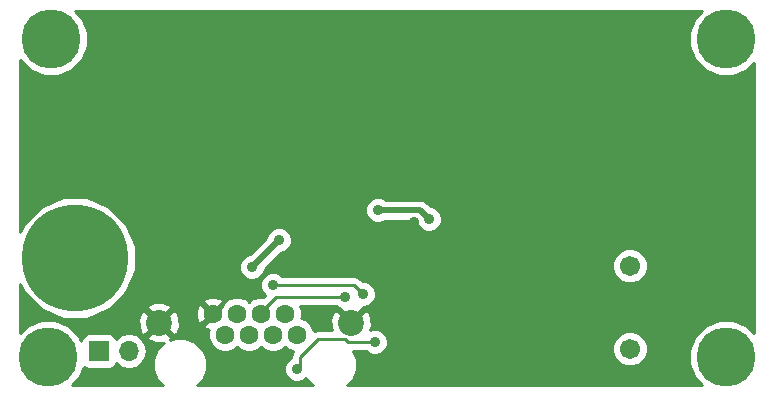
<source format=gbl>
G04 #@! TF.FileFunction,Copper,L2,Bot,Signal*
%FSLAX46Y46*%
G04 Gerber Fmt 4.6, Leading zero omitted, Abs format (unit mm)*
G04 Created by KiCad (PCBNEW 4.0.7) date 04/02/18 06:38:20*
%MOMM*%
%LPD*%
G01*
G04 APERTURE LIST*
%ADD10C,0.150000*%
%ADD11C,2.200000*%
%ADD12C,1.600000*%
%ADD13C,1.701800*%
%ADD14R,1.700000X1.700000*%
%ADD15O,1.700000X1.700000*%
%ADD16C,5.000000*%
%ADD17C,9.000000*%
%ADD18C,0.889000*%
%ADD19C,0.508000*%
%ADD20C,0.254000*%
G04 APERTURE END LIST*
D10*
D11*
X37844000Y-47374000D03*
X54104000Y-47374000D03*
D12*
X45474000Y-48394000D03*
X47504000Y-48394000D03*
X44444000Y-46614000D03*
X46474000Y-46614000D03*
X42414000Y-46614000D03*
X43444000Y-48394000D03*
X48504000Y-46614000D03*
X49534000Y-48394000D03*
D13*
X77724000Y-42570400D03*
X77724000Y-49580800D03*
D14*
X32766000Y-49784000D03*
D15*
X35306000Y-49784000D03*
D16*
X28448000Y-50292000D03*
X85852000Y-50292000D03*
D17*
X30734000Y-41910000D03*
D16*
X28702000Y-23368000D03*
X85852000Y-23368000D03*
D18*
X48006000Y-40386000D03*
X45720000Y-42672000D03*
X62230000Y-52324000D03*
X67818000Y-52070000D03*
X66294000Y-46990000D03*
X68072000Y-43688000D03*
X68326000Y-40386000D03*
X57658000Y-51308000D03*
X57658000Y-48006000D03*
X57658000Y-44704000D03*
X58420000Y-40386000D03*
X59436000Y-38862000D03*
X56388000Y-37846000D03*
X60706000Y-38608000D03*
X56134000Y-49022000D03*
X49530000Y-51308000D03*
X53594000Y-45212000D03*
X47498000Y-44196000D03*
X55118000Y-44958000D03*
D19*
X45720000Y-42672000D02*
X48006000Y-40386000D01*
X59944000Y-37846000D02*
X56388000Y-37846000D01*
X60706000Y-38608000D02*
X59944000Y-37846000D01*
D20*
X53848000Y-49022000D02*
X56134000Y-49022000D01*
X53594000Y-48768000D02*
X53848000Y-49022000D01*
X51308000Y-48768000D02*
X53594000Y-48768000D01*
X49784000Y-50292000D02*
X51308000Y-48768000D01*
X49784000Y-51054000D02*
X49784000Y-50292000D01*
X49530000Y-51308000D02*
X49784000Y-51054000D01*
X46474000Y-46614000D02*
X46474000Y-46490000D01*
X46474000Y-46490000D02*
X47752000Y-45212000D01*
X47752000Y-45212000D02*
X53594000Y-45212000D01*
X54356000Y-44196000D02*
X47498000Y-44196000D01*
X55118000Y-44958000D02*
X54356000Y-44196000D01*
G36*
X83195826Y-21589847D02*
X82717546Y-22741674D01*
X82716457Y-23988854D01*
X83192727Y-25141515D01*
X84073847Y-26024174D01*
X85225674Y-26502454D01*
X86472854Y-26503543D01*
X87625515Y-26027273D01*
X88215000Y-25438816D01*
X88215000Y-48221695D01*
X87630153Y-47635826D01*
X86478326Y-47157546D01*
X85231146Y-47156457D01*
X84078485Y-47632727D01*
X83195826Y-48513847D01*
X82717546Y-49665674D01*
X82716457Y-50912854D01*
X83192727Y-52065515D01*
X83781184Y-52655000D01*
X53798910Y-52655000D01*
X54238818Y-52215859D01*
X54583607Y-51385514D01*
X54584391Y-50486430D01*
X54294153Y-49784000D01*
X55369358Y-49784000D01*
X55521714Y-49936622D01*
X55918332Y-50101313D01*
X56347784Y-50101687D01*
X56744689Y-49937689D01*
X56807420Y-49875067D01*
X76237842Y-49875067D01*
X76463580Y-50421395D01*
X76881206Y-50839751D01*
X77427139Y-51066442D01*
X78018267Y-51066958D01*
X78564595Y-50841220D01*
X78982951Y-50423594D01*
X79209642Y-49877661D01*
X79210158Y-49286533D01*
X78984420Y-48740205D01*
X78566794Y-48321849D01*
X78020861Y-48095158D01*
X77429733Y-48094642D01*
X76883405Y-48320380D01*
X76465049Y-48738006D01*
X76238358Y-49283939D01*
X76237842Y-49875067D01*
X56807420Y-49875067D01*
X57048622Y-49634286D01*
X57213313Y-49237668D01*
X57213687Y-48808216D01*
X57049689Y-48411311D01*
X56746286Y-48107378D01*
X56349668Y-47942687D01*
X55920216Y-47942313D01*
X55711448Y-48028574D01*
X55849323Y-47662407D01*
X55826836Y-46972547D01*
X55606099Y-46439641D01*
X55328868Y-46328737D01*
X54283605Y-47374000D01*
X54297748Y-47388143D01*
X54118143Y-47567748D01*
X54104000Y-47553605D01*
X54089858Y-47567748D01*
X53910253Y-47388143D01*
X53924395Y-47374000D01*
X52879132Y-46328737D01*
X52601901Y-46439641D01*
X52358677Y-47085593D01*
X52381164Y-47775453D01*
X52476660Y-48006000D01*
X51308000Y-48006000D01*
X51031673Y-48060965D01*
X51016395Y-48064004D01*
X50964616Y-48098602D01*
X50751243Y-47582200D01*
X50347923Y-47178176D01*
X49900648Y-46992451D01*
X49938750Y-46900691D01*
X49939248Y-46329813D01*
X49792229Y-45974000D01*
X52829358Y-45974000D01*
X52981714Y-46126622D01*
X53074937Y-46165332D01*
X54104000Y-47194395D01*
X55149263Y-46149132D01*
X55104601Y-46037489D01*
X55331784Y-46037687D01*
X55728689Y-45873689D01*
X56032622Y-45570286D01*
X56197313Y-45173668D01*
X56197687Y-44744216D01*
X56033689Y-44347311D01*
X55730286Y-44043378D01*
X55333668Y-43878687D01*
X55116128Y-43878498D01*
X54894815Y-43657185D01*
X54750864Y-43561000D01*
X54647605Y-43492004D01*
X54356000Y-43434000D01*
X48262642Y-43434000D01*
X48110286Y-43281378D01*
X47713668Y-43116687D01*
X47284216Y-43116313D01*
X46887311Y-43280311D01*
X46583378Y-43583714D01*
X46418687Y-43980332D01*
X46418313Y-44409784D01*
X46582311Y-44806689D01*
X46830779Y-45055591D01*
X46707167Y-45179203D01*
X46189813Y-45178752D01*
X45662200Y-45396757D01*
X45458999Y-45599603D01*
X45257923Y-45398176D01*
X44730691Y-45179250D01*
X44159813Y-45178752D01*
X43632200Y-45396757D01*
X43228176Y-45800077D01*
X43100819Y-46106787D01*
X42593605Y-46614000D01*
X42607748Y-46628143D01*
X42428143Y-46807748D01*
X42414000Y-46793605D01*
X41585861Y-47621745D01*
X41659995Y-47867864D01*
X42050406Y-48008193D01*
X42009250Y-48107309D01*
X42008752Y-48678187D01*
X42226757Y-49205800D01*
X42630077Y-49609824D01*
X43157309Y-49828750D01*
X43728187Y-49829248D01*
X44255800Y-49611243D01*
X44459001Y-49408397D01*
X44660077Y-49609824D01*
X45187309Y-49828750D01*
X45758187Y-49829248D01*
X46285800Y-49611243D01*
X46489001Y-49408397D01*
X46690077Y-49609824D01*
X47217309Y-49828750D01*
X47788187Y-49829248D01*
X48315800Y-49611243D01*
X48519001Y-49408397D01*
X48720077Y-49609824D01*
X49206122Y-49811647D01*
X49080004Y-50000395D01*
X49022000Y-50292000D01*
X49022000Y-50349881D01*
X48919311Y-50392311D01*
X48615378Y-50695714D01*
X48450687Y-51092332D01*
X48450313Y-51521784D01*
X48614311Y-51918689D01*
X48917714Y-52222622D01*
X49314332Y-52387313D01*
X49743784Y-52387687D01*
X50140689Y-52223689D01*
X50332464Y-52032249D01*
X50406948Y-52212515D01*
X50848661Y-52655000D01*
X41098910Y-52655000D01*
X41538818Y-52215859D01*
X41883607Y-51385514D01*
X41884391Y-50486430D01*
X41541052Y-49655485D01*
X40905859Y-49019182D01*
X40075514Y-48674393D01*
X39176430Y-48673609D01*
X38796576Y-48830561D01*
X38889263Y-48598868D01*
X37844000Y-47553605D01*
X36798737Y-48598868D01*
X36909641Y-48876099D01*
X37555593Y-49119323D01*
X38245453Y-49096836D01*
X38279645Y-49082673D01*
X37709182Y-49652141D01*
X37364393Y-50482486D01*
X37363609Y-51381570D01*
X37706948Y-52212515D01*
X38148661Y-52655000D01*
X30518305Y-52655000D01*
X31104174Y-52070153D01*
X31499546Y-51117990D01*
X31664110Y-51230431D01*
X31916000Y-51281440D01*
X33616000Y-51281440D01*
X33851317Y-51237162D01*
X34067441Y-51098090D01*
X34212431Y-50885890D01*
X34226086Y-50818459D01*
X34255946Y-50863147D01*
X34737715Y-51185054D01*
X35306000Y-51298093D01*
X35874285Y-51185054D01*
X36356054Y-50863147D01*
X36677961Y-50381378D01*
X36791000Y-49813093D01*
X36791000Y-49754907D01*
X36677961Y-49186622D01*
X36356054Y-48704853D01*
X35874285Y-48382946D01*
X35306000Y-48269907D01*
X34737715Y-48382946D01*
X34255946Y-48704853D01*
X34228150Y-48746452D01*
X34219162Y-48698683D01*
X34080090Y-48482559D01*
X33867890Y-48337569D01*
X33616000Y-48286560D01*
X31916000Y-48286560D01*
X31680683Y-48330838D01*
X31464559Y-48469910D01*
X31319569Y-48682110D01*
X31271981Y-48917108D01*
X31107273Y-48518485D01*
X30226153Y-47635826D01*
X29074326Y-47157546D01*
X27827146Y-47156457D01*
X26674485Y-47632727D01*
X26085000Y-48221184D01*
X26085000Y-47085593D01*
X36098677Y-47085593D01*
X36121164Y-47775453D01*
X36341901Y-48308359D01*
X36619132Y-48419263D01*
X37664395Y-47374000D01*
X38023605Y-47374000D01*
X39068868Y-48419263D01*
X39346099Y-48308359D01*
X39589323Y-47662407D01*
X39566836Y-46972547D01*
X39346099Y-46439641D01*
X39240066Y-46397223D01*
X40967035Y-46397223D01*
X40994222Y-46967454D01*
X41160136Y-47368005D01*
X41406255Y-47442139D01*
X42234395Y-46614000D01*
X41406255Y-45785861D01*
X41160136Y-45859995D01*
X40967035Y-46397223D01*
X39240066Y-46397223D01*
X39068868Y-46328737D01*
X38023605Y-47374000D01*
X37664395Y-47374000D01*
X36619132Y-46328737D01*
X36341901Y-46439641D01*
X36098677Y-47085593D01*
X26085000Y-47085593D01*
X26085000Y-44105298D01*
X26378220Y-44814944D01*
X27821458Y-46260703D01*
X29708104Y-47044107D01*
X31750934Y-47045890D01*
X33638944Y-46265780D01*
X33755795Y-46149132D01*
X36798737Y-46149132D01*
X37844000Y-47194395D01*
X38889263Y-46149132D01*
X38778359Y-45871901D01*
X38132407Y-45628677D01*
X37442547Y-45651164D01*
X36909641Y-45871901D01*
X36798737Y-46149132D01*
X33755795Y-46149132D01*
X34299620Y-45606255D01*
X41585861Y-45606255D01*
X42414000Y-46434395D01*
X43242139Y-45606255D01*
X43168005Y-45360136D01*
X42630777Y-45167035D01*
X42060546Y-45194222D01*
X41659995Y-45360136D01*
X41585861Y-45606255D01*
X34299620Y-45606255D01*
X35084703Y-44822542D01*
X35868107Y-42935896D01*
X35868150Y-42885784D01*
X44640313Y-42885784D01*
X44804311Y-43282689D01*
X45107714Y-43586622D01*
X45504332Y-43751313D01*
X45933784Y-43751687D01*
X46330689Y-43587689D01*
X46634622Y-43284286D01*
X46799313Y-42887668D01*
X46799333Y-42864667D01*
X76237842Y-42864667D01*
X76463580Y-43410995D01*
X76881206Y-43829351D01*
X77427139Y-44056042D01*
X78018267Y-44056558D01*
X78564595Y-43830820D01*
X78982951Y-43413194D01*
X79209642Y-42867261D01*
X79210158Y-42276133D01*
X78984420Y-41729805D01*
X78566794Y-41311449D01*
X78020861Y-41084758D01*
X77429733Y-41084242D01*
X76883405Y-41309980D01*
X76465049Y-41727606D01*
X76238358Y-42273539D01*
X76237842Y-42864667D01*
X46799333Y-42864667D01*
X46799346Y-42849890D01*
X48183581Y-41465655D01*
X48219784Y-41465687D01*
X48616689Y-41301689D01*
X48920622Y-40998286D01*
X49085313Y-40601668D01*
X49085687Y-40172216D01*
X48921689Y-39775311D01*
X48618286Y-39471378D01*
X48221668Y-39306687D01*
X47792216Y-39306313D01*
X47395311Y-39470311D01*
X47091378Y-39773714D01*
X46926687Y-40170332D01*
X46926654Y-40208110D01*
X45542419Y-41592345D01*
X45506216Y-41592313D01*
X45109311Y-41756311D01*
X44805378Y-42059714D01*
X44640687Y-42456332D01*
X44640313Y-42885784D01*
X35868150Y-42885784D01*
X35869890Y-40893066D01*
X35089780Y-39005056D01*
X34146157Y-38059784D01*
X55308313Y-38059784D01*
X55472311Y-38456689D01*
X55775714Y-38760622D01*
X56172332Y-38925313D01*
X56601784Y-38925687D01*
X56998689Y-38761689D01*
X57025425Y-38735000D01*
X59575764Y-38735000D01*
X59626345Y-38785581D01*
X59626313Y-38821784D01*
X59790311Y-39218689D01*
X60093714Y-39522622D01*
X60490332Y-39687313D01*
X60919784Y-39687687D01*
X61316689Y-39523689D01*
X61620622Y-39220286D01*
X61785313Y-38823668D01*
X61785687Y-38394216D01*
X61621689Y-37997311D01*
X61318286Y-37693378D01*
X60921668Y-37528687D01*
X60883890Y-37528654D01*
X60572618Y-37217382D01*
X60284206Y-37024671D01*
X59944000Y-36957000D01*
X57025863Y-36957000D01*
X57000286Y-36931378D01*
X56603668Y-36766687D01*
X56174216Y-36766313D01*
X55777311Y-36930311D01*
X55473378Y-37233714D01*
X55308687Y-37630332D01*
X55308313Y-38059784D01*
X34146157Y-38059784D01*
X33646542Y-37559297D01*
X31759896Y-36775893D01*
X29717066Y-36774110D01*
X27829056Y-37554220D01*
X26383297Y-38997458D01*
X26085000Y-39715837D01*
X26085000Y-25183862D01*
X26923847Y-26024174D01*
X28075674Y-26502454D01*
X29322854Y-26503543D01*
X30475515Y-26027273D01*
X31358174Y-25146153D01*
X31836454Y-23994326D01*
X31837543Y-22747146D01*
X31361273Y-21594485D01*
X30772816Y-21005000D01*
X83781695Y-21005000D01*
X83195826Y-21589847D01*
X83195826Y-21589847D01*
G37*
X83195826Y-21589847D02*
X82717546Y-22741674D01*
X82716457Y-23988854D01*
X83192727Y-25141515D01*
X84073847Y-26024174D01*
X85225674Y-26502454D01*
X86472854Y-26503543D01*
X87625515Y-26027273D01*
X88215000Y-25438816D01*
X88215000Y-48221695D01*
X87630153Y-47635826D01*
X86478326Y-47157546D01*
X85231146Y-47156457D01*
X84078485Y-47632727D01*
X83195826Y-48513847D01*
X82717546Y-49665674D01*
X82716457Y-50912854D01*
X83192727Y-52065515D01*
X83781184Y-52655000D01*
X53798910Y-52655000D01*
X54238818Y-52215859D01*
X54583607Y-51385514D01*
X54584391Y-50486430D01*
X54294153Y-49784000D01*
X55369358Y-49784000D01*
X55521714Y-49936622D01*
X55918332Y-50101313D01*
X56347784Y-50101687D01*
X56744689Y-49937689D01*
X56807420Y-49875067D01*
X76237842Y-49875067D01*
X76463580Y-50421395D01*
X76881206Y-50839751D01*
X77427139Y-51066442D01*
X78018267Y-51066958D01*
X78564595Y-50841220D01*
X78982951Y-50423594D01*
X79209642Y-49877661D01*
X79210158Y-49286533D01*
X78984420Y-48740205D01*
X78566794Y-48321849D01*
X78020861Y-48095158D01*
X77429733Y-48094642D01*
X76883405Y-48320380D01*
X76465049Y-48738006D01*
X76238358Y-49283939D01*
X76237842Y-49875067D01*
X56807420Y-49875067D01*
X57048622Y-49634286D01*
X57213313Y-49237668D01*
X57213687Y-48808216D01*
X57049689Y-48411311D01*
X56746286Y-48107378D01*
X56349668Y-47942687D01*
X55920216Y-47942313D01*
X55711448Y-48028574D01*
X55849323Y-47662407D01*
X55826836Y-46972547D01*
X55606099Y-46439641D01*
X55328868Y-46328737D01*
X54283605Y-47374000D01*
X54297748Y-47388143D01*
X54118143Y-47567748D01*
X54104000Y-47553605D01*
X54089858Y-47567748D01*
X53910253Y-47388143D01*
X53924395Y-47374000D01*
X52879132Y-46328737D01*
X52601901Y-46439641D01*
X52358677Y-47085593D01*
X52381164Y-47775453D01*
X52476660Y-48006000D01*
X51308000Y-48006000D01*
X51031673Y-48060965D01*
X51016395Y-48064004D01*
X50964616Y-48098602D01*
X50751243Y-47582200D01*
X50347923Y-47178176D01*
X49900648Y-46992451D01*
X49938750Y-46900691D01*
X49939248Y-46329813D01*
X49792229Y-45974000D01*
X52829358Y-45974000D01*
X52981714Y-46126622D01*
X53074937Y-46165332D01*
X54104000Y-47194395D01*
X55149263Y-46149132D01*
X55104601Y-46037489D01*
X55331784Y-46037687D01*
X55728689Y-45873689D01*
X56032622Y-45570286D01*
X56197313Y-45173668D01*
X56197687Y-44744216D01*
X56033689Y-44347311D01*
X55730286Y-44043378D01*
X55333668Y-43878687D01*
X55116128Y-43878498D01*
X54894815Y-43657185D01*
X54750864Y-43561000D01*
X54647605Y-43492004D01*
X54356000Y-43434000D01*
X48262642Y-43434000D01*
X48110286Y-43281378D01*
X47713668Y-43116687D01*
X47284216Y-43116313D01*
X46887311Y-43280311D01*
X46583378Y-43583714D01*
X46418687Y-43980332D01*
X46418313Y-44409784D01*
X46582311Y-44806689D01*
X46830779Y-45055591D01*
X46707167Y-45179203D01*
X46189813Y-45178752D01*
X45662200Y-45396757D01*
X45458999Y-45599603D01*
X45257923Y-45398176D01*
X44730691Y-45179250D01*
X44159813Y-45178752D01*
X43632200Y-45396757D01*
X43228176Y-45800077D01*
X43100819Y-46106787D01*
X42593605Y-46614000D01*
X42607748Y-46628143D01*
X42428143Y-46807748D01*
X42414000Y-46793605D01*
X41585861Y-47621745D01*
X41659995Y-47867864D01*
X42050406Y-48008193D01*
X42009250Y-48107309D01*
X42008752Y-48678187D01*
X42226757Y-49205800D01*
X42630077Y-49609824D01*
X43157309Y-49828750D01*
X43728187Y-49829248D01*
X44255800Y-49611243D01*
X44459001Y-49408397D01*
X44660077Y-49609824D01*
X45187309Y-49828750D01*
X45758187Y-49829248D01*
X46285800Y-49611243D01*
X46489001Y-49408397D01*
X46690077Y-49609824D01*
X47217309Y-49828750D01*
X47788187Y-49829248D01*
X48315800Y-49611243D01*
X48519001Y-49408397D01*
X48720077Y-49609824D01*
X49206122Y-49811647D01*
X49080004Y-50000395D01*
X49022000Y-50292000D01*
X49022000Y-50349881D01*
X48919311Y-50392311D01*
X48615378Y-50695714D01*
X48450687Y-51092332D01*
X48450313Y-51521784D01*
X48614311Y-51918689D01*
X48917714Y-52222622D01*
X49314332Y-52387313D01*
X49743784Y-52387687D01*
X50140689Y-52223689D01*
X50332464Y-52032249D01*
X50406948Y-52212515D01*
X50848661Y-52655000D01*
X41098910Y-52655000D01*
X41538818Y-52215859D01*
X41883607Y-51385514D01*
X41884391Y-50486430D01*
X41541052Y-49655485D01*
X40905859Y-49019182D01*
X40075514Y-48674393D01*
X39176430Y-48673609D01*
X38796576Y-48830561D01*
X38889263Y-48598868D01*
X37844000Y-47553605D01*
X36798737Y-48598868D01*
X36909641Y-48876099D01*
X37555593Y-49119323D01*
X38245453Y-49096836D01*
X38279645Y-49082673D01*
X37709182Y-49652141D01*
X37364393Y-50482486D01*
X37363609Y-51381570D01*
X37706948Y-52212515D01*
X38148661Y-52655000D01*
X30518305Y-52655000D01*
X31104174Y-52070153D01*
X31499546Y-51117990D01*
X31664110Y-51230431D01*
X31916000Y-51281440D01*
X33616000Y-51281440D01*
X33851317Y-51237162D01*
X34067441Y-51098090D01*
X34212431Y-50885890D01*
X34226086Y-50818459D01*
X34255946Y-50863147D01*
X34737715Y-51185054D01*
X35306000Y-51298093D01*
X35874285Y-51185054D01*
X36356054Y-50863147D01*
X36677961Y-50381378D01*
X36791000Y-49813093D01*
X36791000Y-49754907D01*
X36677961Y-49186622D01*
X36356054Y-48704853D01*
X35874285Y-48382946D01*
X35306000Y-48269907D01*
X34737715Y-48382946D01*
X34255946Y-48704853D01*
X34228150Y-48746452D01*
X34219162Y-48698683D01*
X34080090Y-48482559D01*
X33867890Y-48337569D01*
X33616000Y-48286560D01*
X31916000Y-48286560D01*
X31680683Y-48330838D01*
X31464559Y-48469910D01*
X31319569Y-48682110D01*
X31271981Y-48917108D01*
X31107273Y-48518485D01*
X30226153Y-47635826D01*
X29074326Y-47157546D01*
X27827146Y-47156457D01*
X26674485Y-47632727D01*
X26085000Y-48221184D01*
X26085000Y-47085593D01*
X36098677Y-47085593D01*
X36121164Y-47775453D01*
X36341901Y-48308359D01*
X36619132Y-48419263D01*
X37664395Y-47374000D01*
X38023605Y-47374000D01*
X39068868Y-48419263D01*
X39346099Y-48308359D01*
X39589323Y-47662407D01*
X39566836Y-46972547D01*
X39346099Y-46439641D01*
X39240066Y-46397223D01*
X40967035Y-46397223D01*
X40994222Y-46967454D01*
X41160136Y-47368005D01*
X41406255Y-47442139D01*
X42234395Y-46614000D01*
X41406255Y-45785861D01*
X41160136Y-45859995D01*
X40967035Y-46397223D01*
X39240066Y-46397223D01*
X39068868Y-46328737D01*
X38023605Y-47374000D01*
X37664395Y-47374000D01*
X36619132Y-46328737D01*
X36341901Y-46439641D01*
X36098677Y-47085593D01*
X26085000Y-47085593D01*
X26085000Y-44105298D01*
X26378220Y-44814944D01*
X27821458Y-46260703D01*
X29708104Y-47044107D01*
X31750934Y-47045890D01*
X33638944Y-46265780D01*
X33755795Y-46149132D01*
X36798737Y-46149132D01*
X37844000Y-47194395D01*
X38889263Y-46149132D01*
X38778359Y-45871901D01*
X38132407Y-45628677D01*
X37442547Y-45651164D01*
X36909641Y-45871901D01*
X36798737Y-46149132D01*
X33755795Y-46149132D01*
X34299620Y-45606255D01*
X41585861Y-45606255D01*
X42414000Y-46434395D01*
X43242139Y-45606255D01*
X43168005Y-45360136D01*
X42630777Y-45167035D01*
X42060546Y-45194222D01*
X41659995Y-45360136D01*
X41585861Y-45606255D01*
X34299620Y-45606255D01*
X35084703Y-44822542D01*
X35868107Y-42935896D01*
X35868150Y-42885784D01*
X44640313Y-42885784D01*
X44804311Y-43282689D01*
X45107714Y-43586622D01*
X45504332Y-43751313D01*
X45933784Y-43751687D01*
X46330689Y-43587689D01*
X46634622Y-43284286D01*
X46799313Y-42887668D01*
X46799333Y-42864667D01*
X76237842Y-42864667D01*
X76463580Y-43410995D01*
X76881206Y-43829351D01*
X77427139Y-44056042D01*
X78018267Y-44056558D01*
X78564595Y-43830820D01*
X78982951Y-43413194D01*
X79209642Y-42867261D01*
X79210158Y-42276133D01*
X78984420Y-41729805D01*
X78566794Y-41311449D01*
X78020861Y-41084758D01*
X77429733Y-41084242D01*
X76883405Y-41309980D01*
X76465049Y-41727606D01*
X76238358Y-42273539D01*
X76237842Y-42864667D01*
X46799333Y-42864667D01*
X46799346Y-42849890D01*
X48183581Y-41465655D01*
X48219784Y-41465687D01*
X48616689Y-41301689D01*
X48920622Y-40998286D01*
X49085313Y-40601668D01*
X49085687Y-40172216D01*
X48921689Y-39775311D01*
X48618286Y-39471378D01*
X48221668Y-39306687D01*
X47792216Y-39306313D01*
X47395311Y-39470311D01*
X47091378Y-39773714D01*
X46926687Y-40170332D01*
X46926654Y-40208110D01*
X45542419Y-41592345D01*
X45506216Y-41592313D01*
X45109311Y-41756311D01*
X44805378Y-42059714D01*
X44640687Y-42456332D01*
X44640313Y-42885784D01*
X35868150Y-42885784D01*
X35869890Y-40893066D01*
X35089780Y-39005056D01*
X34146157Y-38059784D01*
X55308313Y-38059784D01*
X55472311Y-38456689D01*
X55775714Y-38760622D01*
X56172332Y-38925313D01*
X56601784Y-38925687D01*
X56998689Y-38761689D01*
X57025425Y-38735000D01*
X59575764Y-38735000D01*
X59626345Y-38785581D01*
X59626313Y-38821784D01*
X59790311Y-39218689D01*
X60093714Y-39522622D01*
X60490332Y-39687313D01*
X60919784Y-39687687D01*
X61316689Y-39523689D01*
X61620622Y-39220286D01*
X61785313Y-38823668D01*
X61785687Y-38394216D01*
X61621689Y-37997311D01*
X61318286Y-37693378D01*
X60921668Y-37528687D01*
X60883890Y-37528654D01*
X60572618Y-37217382D01*
X60284206Y-37024671D01*
X59944000Y-36957000D01*
X57025863Y-36957000D01*
X57000286Y-36931378D01*
X56603668Y-36766687D01*
X56174216Y-36766313D01*
X55777311Y-36930311D01*
X55473378Y-37233714D01*
X55308687Y-37630332D01*
X55308313Y-38059784D01*
X34146157Y-38059784D01*
X33646542Y-37559297D01*
X31759896Y-36775893D01*
X29717066Y-36774110D01*
X27829056Y-37554220D01*
X26383297Y-38997458D01*
X26085000Y-39715837D01*
X26085000Y-25183862D01*
X26923847Y-26024174D01*
X28075674Y-26502454D01*
X29322854Y-26503543D01*
X30475515Y-26027273D01*
X31358174Y-25146153D01*
X31836454Y-23994326D01*
X31837543Y-22747146D01*
X31361273Y-21594485D01*
X30772816Y-21005000D01*
X83781695Y-21005000D01*
X83195826Y-21589847D01*
M02*

</source>
